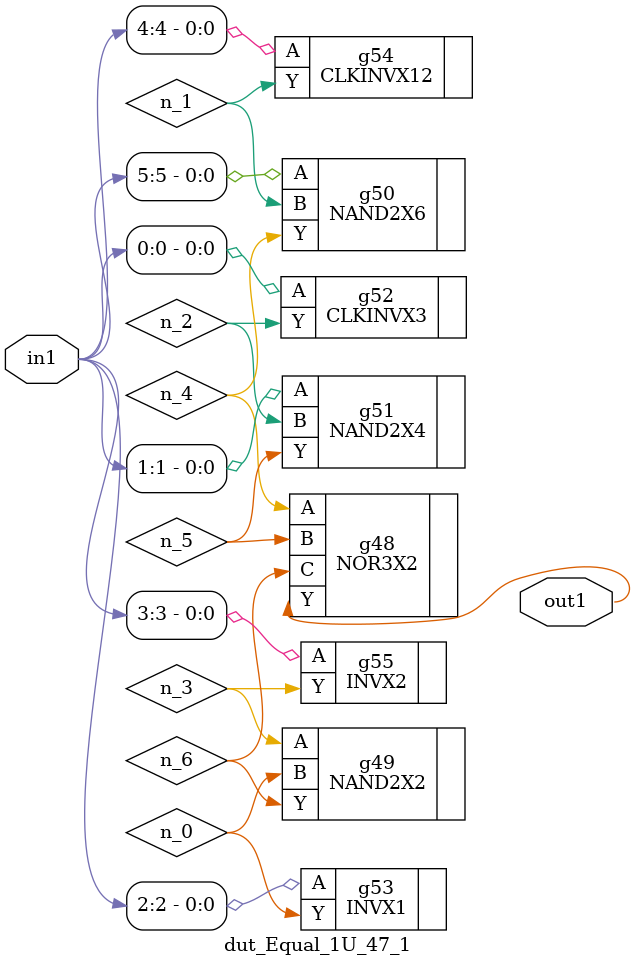
<source format=v>
`timescale 1ps / 1ps


module dut_Equal_1U_47_1(in1, out1);
  input [5:0] in1;
  output out1;
  wire [5:0] in1;
  wire out1;
  wire n_0, n_1, n_2, n_3, n_4, n_5, n_6;
  NOR3X2 g48(.A (n_4), .B (n_5), .C (n_6), .Y (out1));
  NAND2X2 g49(.A (n_3), .B (n_0), .Y (n_6));
  NAND2X4 g51(.A (in1[1]), .B (n_2), .Y (n_5));
  NAND2X6 g50(.A (in1[5]), .B (n_1), .Y (n_4));
  INVX2 g55(.A (in1[3]), .Y (n_3));
  CLKINVX3 g52(.A (in1[0]), .Y (n_2));
  CLKINVX12 g54(.A (in1[4]), .Y (n_1));
  INVX1 g53(.A (in1[2]), .Y (n_0));
endmodule



</source>
